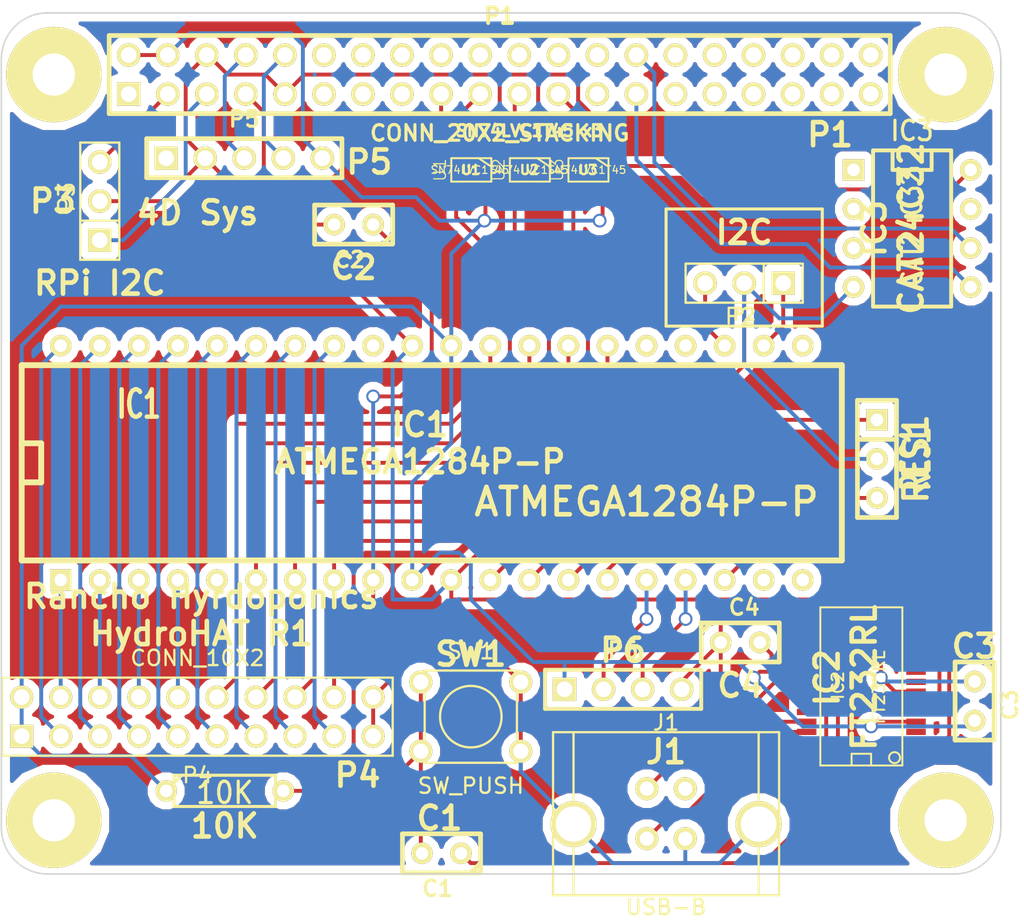
<source format=kicad_pcb>
(kicad_pcb (version 3) (host pcbnew "(2013-07-07 BZR 4022)-stable")
  (title_block (title "HydroHAT Hydroponics Control Board") (rev 1) (company "Rancho High School") (comment 1 "James Rowley"))
  (layers (15 F.Cu signal) (0 B.Cu signal) (18 B.Paste user) (19 F.Paste user) (20 B.SilkS user) (21 F.SilkS user) (22 B.Mask user) (23 F.Mask user) (28 Edge.Cuts user))
  (net 0 "")
  (net 1 AP1)
  (net 2 AP2)
  (net 3 AP3)
  (net 4 AP4)
  (net 5 AP5)
  (net 6 AP6)
  (net 7 AP7)
  (net 8 AP8)
  (net 9 DTR)
  (net 10 GND)
  (net 11 GPIO4)
  (net 12 IDSC)
  (net 13 IDSD)
  (net 14 MISO33)
  (net 15 MISO50)
  (net 16 MOSI33)
  (net 17 MOSI50)
  (net 18 N-000001)
  (net 19 N-0000010)
  (net 20 N-0000016)
  (net 21 N-0000017)
  (net 22 N-0000018)
  (net 23 N-0000019)
  (net 24 N-000002)
  (net 25 N-0000020)
  (net 26 N-0000021)
  (net 27 N-0000022)
  (net 28 N-0000023)
  (net 29 N-0000024)
  (net 30 N-000003)
  (net 31 N-000004)
  (net 32 N-000005)
  (net 33 N-000006)
  (net 34 N-000007)
  (net 35 N-0000074)
  (net 36 N-000009)
  (net 37 PEN)
  (net 38 RXD)
  (net 39 SCK33)
  (net 40 SCK50)
  (net 41 SRX)
  (net 42 STX)
  (net 43 TXD)
  (net 44 Vcc)
  (net 45 Vdd)
  (module TE1825910-6 (layer F.Cu) (at 134.62 111.76)
    (fp_text reference SW1 (at 0 -4.25) (layer F.SilkS))
    (fp_text value SW_PUSH (at 0 4.5) (layer F.SilkS))
    (pad 2 thru_hole circle (at 3.25 -2.25) (size 1.5 1.5) (drill 0.99) (layers *.Cu *.Mask F.SilkS) (net 10 GND))
    (pad 2 thru_hole circle (at 3.25 2.25) (size 1.5 1.5) (drill 0.99) (layers *.Cu *.Mask F.SilkS) (net 10 GND))
    (pad 1 thru_hole circle (at -3.25 2.25) (size 1.5 1.5) (drill 0.99) (layers *.Cu *.Mask F.SilkS) (net 35 N-0000074))
    (pad 1 thru_hole circle (at -3.25 -2.25) (size 1.5 1.5) (drill 0.99) (layers *.Cu *.Mask F.SilkS) (net 35 N-0000074))
  )
  (module SSOP28 (layer F.Cu) (at 160.02 109.855 90)
    (fp_text reference IC2 (at 0.127 -1.524 90) (layer F.SilkS) (effects (font (size 0.762 0.762) (thickness 0.127))))
    (fp_text value FT232RL (at 0 1.143 90) (layer F.SilkS) (effects (font (size 0.762 0.762) (thickness 0.127))))
    (pad 1 smd rect (at -4.191 3.556 90) (size 0.4064 1.27) (layers F.Cu F.Paste F.Mask) (net 38 RXD))
    (pad 2 smd rect (at -3.556 3.556 90) (size 0.4064 1.27) (layers F.Cu F.Paste F.Mask) (net 9 DTR))
    (pad 3 smd rect (at -2.8956 3.556 90) (size 0.4064 1.27) (layers F.Cu F.Paste F.Mask))
    (pad 4 smd rect (at -2.2352 3.556 90) (size 0.4064 1.27) (layers F.Cu F.Paste F.Mask) (net 44 Vcc))
    (pad 5 smd rect (at -1.6002 3.556 90) (size 0.4064 1.27) (layers F.Cu F.Paste F.Mask) (net 43 TXD))
    (pad 6 smd rect (at -0.9398 3.556 90) (size 0.4064 1.27) (layers F.Cu F.Paste F.Mask))
    (pad 7 smd rect (at -0.2794 3.556 90) (size 0.4064 1.27) (layers F.Cu F.Paste F.Mask) (net 10 GND))
    (pad 8 smd rect (at 0.3556 3.556 90) (size 0.4064 1.27) (layers F.Cu F.Paste F.Mask))
    (pad 9 smd rect (at 1.016 3.556 90) (size 0.4064 1.27) (layers F.Cu F.Paste F.Mask))
    (pad 10 smd rect (at 1.651 3.556 90) (size 0.4064 1.27) (layers F.Cu F.Paste F.Mask))
    (pad 11 smd rect (at 2.3114 3.556 90) (size 0.4064 1.27) (layers F.Cu F.Paste F.Mask))
    (pad 12 smd rect (at 2.9718 3.556 90) (size 0.4064 1.27) (layers F.Cu F.Paste F.Mask))
    (pad 13 smd rect (at 3.6068 3.556 90) (size 0.4064 1.27) (layers F.Cu F.Paste F.Mask))
    (pad 14 smd rect (at 4.2672 3.556 90) (size 0.4064 1.27) (layers F.Cu F.Paste F.Mask) (net 37 PEN))
    (pad 15 smd rect (at 4.2672 -3.556 90) (size 0.4064 1.27) (layers F.Cu F.Paste F.Mask) (net 36 N-000009))
    (pad 16 smd rect (at 3.6068 -3.556 90) (size 0.4064 1.27) (layers F.Cu F.Paste F.Mask) (net 19 N-0000010))
    (pad 17 smd rect (at 2.9972 -3.556 90) (size 0.4064 1.27) (layers F.Cu F.Paste F.Mask))
    (pad 18 smd rect (at 2.3114 -3.556 90) (size 0.4064 1.27) (layers F.Cu F.Paste F.Mask) (net 10 GND))
    (pad 19 smd rect (at 1.651 -3.556 90) (size 0.4064 1.27) (layers F.Cu F.Paste F.Mask))
    (pad 20 smd rect (at 1.016 -3.556 90) (size 0.4064 1.27) (layers F.Cu F.Paste F.Mask) (net 44 Vcc))
    (pad 21 smd rect (at 0.3556 -3.556 90) (size 0.4064 1.27) (layers F.Cu F.Paste F.Mask) (net 10 GND))
    (pad 22 smd rect (at -0.2794 -3.556 90) (size 0.4064 1.27) (layers F.Cu F.Paste F.Mask))
    (pad 23 smd rect (at -0.9398 -3.556 90) (size 0.4064 1.27) (layers F.Cu F.Paste F.Mask))
    (pad 24 smd rect (at -1.6002 -3.556 90) (size 0.4064 1.27) (layers F.Cu F.Paste F.Mask))
    (pad 25 smd rect (at -2.2352 -3.556 90) (size 0.4064 1.27) (layers F.Cu F.Paste F.Mask) (net 10 GND))
    (pad 26 smd rect (at -2.8956 -3.556 90) (size 0.4064 1.27) (layers F.Cu F.Paste F.Mask) (net 10 GND))
    (pad 27 smd rect (at -3.556 -3.556 90) (size 0.4064 1.27) (layers F.Cu F.Paste F.Mask))
    (pad 28 smd rect (at -4.191 -3.556 90) (size 0.4064 1.27) (layers F.Cu F.Paste F.Mask))
  )
  (module SOT23_6 (layer F.Cu) (at 142.24 76.2 180)
    (fp_text reference U3 (at 1.99898 0 270) (layer F.SilkS) (effects (font (size 0.762 0.762) (thickness 0.0762))))
    (fp_text value SN74LVC1T45 (at 0.0635 0 180) (layer F.SilkS) (effects (font (size 0.50038 0.50038) (thickness 0.0762))))
    (pad 6 smd rect (at -0.9525 -1.27 180) (size 0.70104 1.00076) (layers F.Cu F.Paste F.Mask) (net 44 Vcc))
    (pad 5 smd rect (at 0 -1.27 180) (size 0.70104 1.00076) (layers F.Cu F.Paste F.Mask) (net 45 Vdd))
    (pad 4 smd rect (at 0.9525 -1.27 180) (size 0.70104 1.00076) (layers F.Cu F.Paste F.Mask) (net 40 SCK50))
    (pad 3 smd rect (at 0.9525 1.27 180) (size 0.70104 1.00076) (layers F.Cu F.Paste F.Mask) (net 39 SCK33))
    (pad 2 smd rect (at 0 1.27 180) (size 0.70104 1.00076) (layers F.Cu F.Paste F.Mask) (net 10 GND))
    (pad 1 smd rect (at -0.9525 1.27 180) (size 0.70104 1.00076) (layers F.Cu F.Paste F.Mask) (net 45 Vdd))
  )
  (module SOT23_6 (layer F.Cu) (at 138.43 76.2 180)
    (fp_text reference U2 (at 1.99898 0 270) (layer F.SilkS) (effects (font (size 0.762 0.762) (thickness 0.0762))))
    (fp_text value SN74LVC1T45 (at 0 0 180) (layer F.SilkS) (effects (font (size 0.50038 0.50038) (thickness 0.0762))))
    (pad 6 smd rect (at -0.9525 -1.27 180) (size 0.70104 1.00076) (layers F.Cu F.Paste F.Mask) (net 44 Vcc))
    (pad 5 smd rect (at 0 -1.27 180) (size 0.70104 1.00076) (layers F.Cu F.Paste F.Mask))
    (pad 4 smd rect (at 0.9525 -1.27 180) (size 0.70104 1.00076) (layers F.Cu F.Paste F.Mask) (net 15 MISO50))
    (pad 3 smd rect (at 0.9525 1.27 180) (size 0.70104 1.00076) (layers F.Cu F.Paste F.Mask) (net 14 MISO33))
    (pad 2 smd rect (at 0 1.27 180) (size 0.70104 1.00076) (layers F.Cu F.Paste F.Mask) (net 10 GND))
    (pad 1 smd rect (at -0.9525 1.27 180) (size 0.70104 1.00076) (layers F.Cu F.Paste F.Mask) (net 45 Vdd))
  )
  (module SOT23_6 (layer F.Cu) (at 134.62 76.2 180)
    (fp_text reference U1 (at 1.99898 0 270) (layer F.SilkS) (effects (font (size 0.762 0.762) (thickness 0.0762))))
    (fp_text value SN74LVC1T45 (at 0.0635 0 180) (layer F.SilkS) (effects (font (size 0.50038 0.50038) (thickness 0.0762))))
    (pad 6 smd rect (at -0.9525 -1.27 180) (size 0.70104 1.00076) (layers F.Cu F.Paste F.Mask) (net 44 Vcc))
    (pad 5 smd rect (at 0 -1.27 180) (size 0.70104 1.00076) (layers F.Cu F.Paste F.Mask) (net 45 Vdd))
    (pad 4 smd rect (at 0.9525 -1.27 180) (size 0.70104 1.00076) (layers F.Cu F.Paste F.Mask) (net 17 MOSI50))
    (pad 3 smd rect (at 0.9525 1.27 180) (size 0.70104 1.00076) (layers F.Cu F.Paste F.Mask) (net 16 MOSI33))
    (pad 2 smd rect (at 0 1.27 180) (size 0.70104 1.00076) (layers F.Cu F.Paste F.Mask) (net 10 GND))
    (pad 1 smd rect (at -0.9525 1.27 180) (size 0.70104 1.00076) (layers F.Cu F.Paste F.Mask) (net 45 Vdd))
  )
  (module SIL-3 (layer F.Cu) (at 161.036 94.996 270)
    (fp_text reference RES1 (at 0 -2.54 270) (layer F.SilkS) (effects (font (size 1.7907 1.07696) (thickness 0.3048))))
    (fp_text value 20MHz hide)
    (pad 1 thru_hole rect (at -2.54 0 270) (size 1.397 1.397) (drill 0.8128) (layers *.Cu *.Mask F.SilkS) (net 33 N-000006))
    (pad 2 thru_hole circle (at 0 0 270) (size 1.397 1.397) (drill 0.8128) (layers *.Cu *.Mask F.SilkS) (net 10 GND))
    (pad 3 thru_hole circle (at 2.54 0 270) (size 1.397 1.397) (drill 0.8128) (layers *.Cu *.Mask F.SilkS) (net 32 N-000005))
  )
  (module R3 (layer F.Cu) (at 118.618 116.586)
    (fp_text reference R1 hide)
    (fp_text value 10K (at 0 0.127) (layer F.SilkS) (effects (font (size 1.397 1.27) (thickness 0.2032))))
    (pad 1 thru_hole circle (at -3.81 0) (size 1.397 1.397) (drill 0.8128) (layers *.Cu *.Mask F.SilkS) (net 44 Vcc))
    (pad 2 thru_hole circle (at 3.81 0) (size 1.397 1.397) (drill 0.8128) (layers *.Cu *.Mask F.SilkS) (net 35 N-0000074))
  )
  (module PIN_ARRAY_5x1 (layer F.Cu) (at 119.888 75.438)
    (fp_text reference P5 (at 0 -2.54) (layer F.SilkS) (effects (font (size 1.016 1.016) (thickness 0.2032))))
    (fp_text value CONN_5 hide)
    (pad 1 thru_hole rect (at -5.08 0) (size 1.524 1.524) (drill 1.016) (layers *.Cu *.Mask F.SilkS))
    (pad 2 thru_hole circle (at -2.54 0) (size 1.524 1.524) (drill 1.016) (layers *.Cu *.Mask F.SilkS) (net 10 GND))
    (pad 3 thru_hole circle (at 0 0) (size 1.524 1.524) (drill 1.016) (layers *.Cu *.Mask F.SilkS) (net 42 STX))
    (pad 4 thru_hole circle (at 2.54 0) (size 1.524 1.524) (drill 1.016) (layers *.Cu *.Mask F.SilkS) (net 41 SRX))
    (pad 5 thru_hole circle (at 5.08 0) (size 1.524 1.524) (drill 1.016) (layers *.Cu *.Mask F.SilkS) (net 44 Vcc))
  )
  (module PIN_ARRAY_4x1 (layer F.Cu) (at 144.526 109.982)
    (fp_text reference P6 (at 0 -2.54) (layer F.SilkS) (effects (font (size 1.016 1.016) (thickness 0.2032))))
    (fp_text value CONN_4 hide)
    (pad 1 thru_hole rect (at -3.81 0) (size 1.524 1.524) (drill 1.016) (layers *.Cu *.Mask F.SilkS) (net 44 Vcc))
    (pad 2 thru_hole circle (at -1.27 0) (size 1.524 1.524) (drill 1.016) (layers *.Cu *.Mask F.SilkS) (net 31 N-000004))
    (pad 3 thru_hole circle (at 1.27 0) (size 1.524 1.524) (drill 1.016) (layers *.Cu *.Mask F.SilkS) (net 30 N-000003))
    (pad 4 thru_hole circle (at 3.81 0) (size 1.524 1.524) (drill 1.016) (layers *.Cu *.Mask F.SilkS) (net 10 GND))
  )
  (module PIN_ARRAY_3X1 (layer F.Cu) (at 152.4 83.566 180)
    (fp_text reference P2 (at 0.254 -2.159 180) (layer F.SilkS) (effects (font (size 1.016 1.016) (thickness 0.1524))))
    (fp_text value CONN_3 hide)
    (pad 1 thru_hole rect (at -2.54 0 180) (size 1.524 1.524) (drill 1.016) (layers *.Cu *.Mask F.SilkS) (net 20 N-0000016))
    (pad 2 thru_hole circle (at 0 0 180) (size 1.524 1.524) (drill 1.016) (layers *.Cu *.Mask F.SilkS) (net 10 GND))
    (pad 3 thru_hole circle (at 2.54 0 180) (size 1.524 1.524) (drill 1.016) (layers *.Cu *.Mask F.SilkS) (net 24 N-000002))
  )
  (module PIN_ARRAY_3X1 (layer F.Cu) (at 110.49 78.232 90)
    (fp_text reference P3 (at 0.254 -2.159 90) (layer F.SilkS) (effects (font (size 1.016 1.016) (thickness 0.1524))))
    (fp_text value CONN_3 hide)
    (pad 1 thru_hole rect (at -2.54 0 90) (size 1.524 1.524) (drill 1.016) (layers *.Cu *.Mask F.SilkS) (net 18 N-000001))
    (pad 2 thru_hole circle (at 0 0 90) (size 1.524 1.524) (drill 1.016) (layers *.Cu *.Mask F.SilkS) (net 10 GND))
    (pad 3 thru_hole circle (at 2.54 0 90) (size 1.524 1.524) (drill 1.016) (layers *.Cu *.Mask F.SilkS) (net 21 N-0000017))
  )
  (module PIN_ARRAY_20X2 (layer F.Cu) (at 136.5 70)
    (fp_text reference P1 (at 0 -3.81) (layer F.SilkS) (effects (font (size 1.016 1.016) (thickness 0.27432))))
    (fp_text value CONN_20X2_STACKING (at 0 3.81) (layer F.SilkS) (effects (font (size 1.016 1.016) (thickness 0.2032))))
    (pad 1 thru_hole rect (at -24.13 1.27) (size 1.524 1.524) (drill 1.016) (layers *.Cu *.Mask F.SilkS))
    (pad 2 thru_hole circle (at -24.13 -1.27) (size 1.524 1.524) (drill 1.016) (layers *.Cu *.Mask F.SilkS) (net 44 Vcc))
    (pad 11 thru_hole circle (at -11.43 1.27) (size 1.524 1.524) (drill 1.016) (layers *.Cu *.Mask F.SilkS))
    (pad 4 thru_hole circle (at -21.59 -1.27) (size 1.524 1.524) (drill 1.016) (layers *.Cu *.Mask F.SilkS) (net 44 Vcc))
    (pad 13 thru_hole circle (at -8.89 1.27) (size 1.524 1.524) (drill 1.016) (layers *.Cu *.Mask F.SilkS))
    (pad 6 thru_hole circle (at -19.05 -1.27) (size 1.524 1.524) (drill 1.016) (layers *.Cu *.Mask F.SilkS) (net 10 GND))
    (pad 15 thru_hole circle (at -6.35 1.27) (size 1.524 1.524) (drill 1.016) (layers *.Cu *.Mask F.SilkS))
    (pad 8 thru_hole circle (at -16.51 -1.27) (size 1.524 1.524) (drill 1.016) (layers *.Cu *.Mask F.SilkS) (net 42 STX))
    (pad 17 thru_hole circle (at -3.81 1.27) (size 1.524 1.524) (drill 1.016) (layers *.Cu *.Mask F.SilkS) (net 45 Vdd))
    (pad 10 thru_hole circle (at -13.97 -1.27) (size 1.524 1.524) (drill 1.016) (layers *.Cu *.Mask F.SilkS) (net 41 SRX))
    (pad 19 thru_hole circle (at -1.27 1.27) (size 1.524 1.524) (drill 1.016) (layers *.Cu *.Mask F.SilkS) (net 16 MOSI33))
    (pad 12 thru_hole circle (at -11.43 -1.27) (size 1.524 1.524) (drill 1.016) (layers *.Cu *.Mask F.SilkS))
    (pad 21 thru_hole circle (at 1.27 1.27) (size 1.524 1.524) (drill 1.016) (layers *.Cu *.Mask F.SilkS) (net 14 MISO33))
    (pad 14 thru_hole circle (at -8.89 -1.27) (size 1.524 1.524) (drill 1.016) (layers *.Cu *.Mask F.SilkS))
    (pad 23 thru_hole circle (at 3.81 1.27) (size 1.524 1.524) (drill 1.016) (layers *.Cu *.Mask F.SilkS) (net 39 SCK33))
    (pad 16 thru_hole circle (at -6.35 -1.27) (size 1.524 1.524) (drill 1.016) (layers *.Cu *.Mask F.SilkS))
    (pad 25 thru_hole circle (at 6.35 1.27) (size 1.524 1.524) (drill 1.016) (layers *.Cu *.Mask F.SilkS))
    (pad 18 thru_hole circle (at -3.81 -1.27) (size 1.524 1.524) (drill 1.016) (layers *.Cu *.Mask F.SilkS))
    (pad 27 thru_hole circle (at 8.89 1.27) (size 1.524 1.524) (drill 1.016) (layers *.Cu *.Mask F.SilkS) (net 13 IDSD))
    (pad 20 thru_hole circle (at -1.27 -1.27) (size 1.524 1.524) (drill 1.016) (layers *.Cu *.Mask F.SilkS))
    (pad 29 thru_hole circle (at 11.43 1.27) (size 1.524 1.524) (drill 1.016) (layers *.Cu *.Mask F.SilkS))
    (pad 22 thru_hole circle (at 1.27 -1.27) (size 1.524 1.524) (drill 1.016) (layers *.Cu *.Mask F.SilkS))
    (pad 31 thru_hole circle (at 13.97 1.27) (size 1.524 1.524) (drill 1.016) (layers *.Cu *.Mask F.SilkS))
    (pad 24 thru_hole circle (at 3.81 -1.27) (size 1.524 1.524) (drill 1.016) (layers *.Cu *.Mask F.SilkS))
    (pad 26 thru_hole circle (at 6.35 -1.27) (size 1.524 1.524) (drill 1.016) (layers *.Cu *.Mask F.SilkS))
    (pad 33 thru_hole circle (at 16.51 1.27) (size 1.524 1.524) (drill 1.016) (layers *.Cu *.Mask F.SilkS))
    (pad 28 thru_hole circle (at 8.89 -1.27) (size 1.524 1.524) (drill 1.016) (layers *.Cu *.Mask F.SilkS) (net 12 IDSC))
    (pad 32 thru_hole circle (at 13.97 -1.27) (size 1.524 1.524) (drill 1.016) (layers *.Cu *.Mask F.SilkS))
    (pad 34 thru_hole circle (at 16.51 -1.27) (size 1.524 1.524) (drill 1.016) (layers *.Cu *.Mask F.SilkS))
    (pad 36 thru_hole circle (at 19.05 -1.27) (size 1.524 1.524) (drill 1.016) (layers *.Cu *.Mask F.SilkS))
    (pad 38 thru_hole circle (at 21.59 -1.27) (size 1.524 1.524) (drill 1.016) (layers *.Cu *.Mask F.SilkS))
    (pad 35 thru_hole circle (at 19.05 1.27) (size 1.524 1.524) (drill 1.016) (layers *.Cu *.Mask F.SilkS))
    (pad 37 thru_hole circle (at 21.59 1.27) (size 1.524 1.524) (drill 1.016) (layers *.Cu *.Mask F.SilkS))
    (pad 3 thru_hole circle (at -21.59 1.27) (size 1.524 1.524) (drill 1.016) (layers *.Cu *.Mask F.SilkS) (net 21 N-0000017))
    (pad 5 thru_hole circle (at -19.05 1.27) (size 1.524 1.524) (drill 1.016) (layers *.Cu *.Mask F.SilkS) (net 18 N-000001))
    (pad 7 thru_hole circle (at -16.51 1.27) (size 1.524 1.524) (drill 1.016) (layers *.Cu *.Mask F.SilkS) (net 11 GPIO4))
    (pad 9 thru_hole circle (at -13.97 1.27) (size 1.524 1.524) (drill 1.016) (layers *.Cu *.Mask F.SilkS) (net 10 GND))
    (pad 39 thru_hole circle (at 24.13 1.27) (size 1.524 1.524) (drill 1.016) (layers *.Cu *.Mask F.SilkS))
    (pad 40 thru_hole circle (at 24.13 -1.27) (size 1.524 1.524) (drill 1.016) (layers *.Cu *.Mask F.SilkS))
    (pad 30 thru_hole circle (at 11.43 -1.27) (size 1.524 1.524) (drill 1.016) (layers *.Cu *.Mask F.SilkS))
  )
  (module PIN_ARRAY_10x2 (layer F.Cu) (at 116.84 111.76)
    (fp_text reference P4 (at 0 3.81) (layer F.SilkS))
    (fp_text value CONN_10X2 (at 0 -3.81) (layer F.SilkS))
    (pad 1 thru_hole rect (at -11.43 1.27) (size 1.5 1.5) (drill 1.016) (layers *.Cu *.Mask F.SilkS) (net 44 Vcc))
    (pad 4 thru_hole circle (at -8.89 -1.27) (size 1.5 1.5) (drill 1.016) (layers *.Cu *.Mask F.SilkS) (net 8 AP8))
    (pad 6 thru_hole circle (at -6.35 -1.27) (size 1.5 1.5) (drill 1.016) (layers *.Cu *.Mask F.SilkS) (net 7 AP7))
    (pad 7 thru_hole circle (at -3.81 1.27) (size 1.5 1.5) (drill 1.016) (layers *.Cu *.Mask F.SilkS) (net 25 N-0000020))
    (pad 8 thru_hole circle (at -3.81 -1.27) (size 1.5 1.5) (drill 1.016) (layers *.Cu *.Mask F.SilkS) (net 6 AP6))
    (pad 9 thru_hole circle (at -1.27 1.27) (size 1.5 1.5) (drill 1.016) (layers *.Cu *.Mask F.SilkS) (net 26 N-0000021))
    (pad 10 thru_hole circle (at -1.27 -1.27) (size 1.5 1.5) (drill 1.016) (layers *.Cu *.Mask F.SilkS) (net 5 AP5))
    (pad 11 thru_hole circle (at 1.27 1.27) (size 1.5 1.5) (drill 1.016) (layers *.Cu *.Mask F.SilkS) (net 27 N-0000022))
    (pad 12 thru_hole circle (at 1.27 -1.27) (size 1.5 1.5) (drill 1.016) (layers *.Cu *.Mask F.SilkS) (net 4 AP4))
    (pad 13 thru_hole circle (at 3.81 1.27) (size 1.5 1.5) (drill 1.016) (layers *.Cu *.Mask F.SilkS) (net 28 N-0000023))
    (pad 14 thru_hole circle (at 3.81 -1.27) (size 1.5 1.5) (drill 1.016) (layers *.Cu *.Mask F.SilkS) (net 3 AP3))
    (pad 15 thru_hole circle (at 6.35 1.27) (size 1.5 1.5) (drill 1.016) (layers *.Cu *.Mask F.SilkS) (net 29 N-0000024))
    (pad 16 thru_hole circle (at 6.35 -1.27) (size 1.5 1.5) (drill 1.016) (layers *.Cu *.Mask F.SilkS) (net 2 AP2))
    (pad 17 thru_hole circle (at 8.89 1.27) (size 1.5 1.5) (drill 1.016) (layers *.Cu *.Mask F.SilkS) (net 34 N-000007))
    (pad 18 thru_hole circle (at 8.89 -1.27) (size 1.5 1.5) (drill 1.016) (layers *.Cu *.Mask F.SilkS) (net 1 AP1))
    (pad 19 thru_hole circle (at 11.43 1.27) (size 1.5 1.5) (drill 1.016) (layers *.Cu *.Mask F.SilkS) (net 10 GND))
    (pad 20 thru_hole circle (at 11.43 -1.27) (size 1.5 1.5) (drill 1.016) (layers *.Cu *.Mask F.SilkS) (net 10 GND))
    (pad 2 thru_hole circle (at -11.43 -1.27) (size 1.5 1.5) (drill 1.016) (layers *.Cu *.Mask F.SilkS) (net 44 Vcc))
    (pad 3 thru_hole circle (at -8.89 1.27) (size 1.5 1.5) (drill 1.016) (layers *.Cu *.Mask F.SilkS) (net 22 N-0000018))
    (pad 5 thru_hole circle (at -6.35 1.27) (size 1.5 1.5) (drill 1.016) (layers *.Cu *.Mask F.SilkS) (net 23 N-0000019))
  )
  (module DIP-8__300 (layer F.Cu) (at 163.322 80.01 270)
    (fp_text reference IC3 (at -6.35 0 360) (layer F.SilkS) (effects (font (size 1.27 1.143) (thickness 0.2032))))
    (fp_text value CAT24C32 (at 0 0 270) (layer F.SilkS) (effects (font (size 1.27 1.016) (thickness 0.2032))))
    (pad 1 thru_hole rect (at -3.81 3.81 270) (size 1.397 1.397) (drill 0.8128) (layers *.Cu *.Mask F.SilkS))
    (pad 2 thru_hole circle (at -1.27 3.81 270) (size 1.397 1.397) (drill 0.8128) (layers *.Cu *.Mask F.SilkS))
    (pad 3 thru_hole circle (at 1.27 3.81 270) (size 1.397 1.397) (drill 0.8128) (layers *.Cu *.Mask F.SilkS))
    (pad 4 thru_hole circle (at 3.81 3.81 270) (size 1.397 1.397) (drill 0.8128) (layers *.Cu *.Mask F.SilkS) (net 10 GND))
    (pad 5 thru_hole circle (at 3.81 -3.81 270) (size 1.397 1.397) (drill 0.8128) (layers *.Cu *.Mask F.SilkS) (net 13 IDSD))
    (pad 6 thru_hole circle (at 1.27 -3.81 270) (size 1.397 1.397) (drill 0.8128) (layers *.Cu *.Mask F.SilkS) (net 12 IDSC))
    (pad 7 thru_hole circle (at -1.27 -3.81 270) (size 1.397 1.397) (drill 0.8128) (layers *.Cu *.Mask F.SilkS))
    (pad 8 thru_hole circle (at -3.81 -3.81 270) (size 1.397 1.397) (drill 0.8128) (layers *.Cu *.Mask F.SilkS) (net 45 Vdd))
  )
  (module DIP-40__600 (layer F.Cu) (at 132.08 95.25)
    (fp_text reference IC1 (at -19.05 -3.81) (layer F.SilkS) (effects (font (size 1.778 1.143) (thickness 0.3048))))
    (fp_text value ATMEGA1284P-P (at 13.97 2.54) (layer F.SilkS) (effects (font (size 1.778 1.778) (thickness 0.3048))))
    (pad 1 thru_hole rect (at -24.13 7.62) (size 1.397 1.397) (drill 0.8128) (layers *.Cu *.Mask F.SilkS) (net 8 AP8))
    (pad 2 thru_hole circle (at -21.59 7.62) (size 1.397 1.397) (drill 0.8128) (layers *.Cu *.Mask F.SilkS) (net 7 AP7))
    (pad 3 thru_hole circle (at -19.05 7.62) (size 1.397 1.397) (drill 0.8128) (layers *.Cu *.Mask F.SilkS) (net 6 AP6))
    (pad 4 thru_hole circle (at -16.51 7.62) (size 1.397 1.397) (drill 0.8128) (layers *.Cu *.Mask F.SilkS) (net 5 AP5))
    (pad 5 thru_hole circle (at -13.97 7.62) (size 1.397 1.397) (drill 0.8128) (layers *.Cu *.Mask F.SilkS))
    (pad 6 thru_hole circle (at -11.43 7.62) (size 1.397 1.397) (drill 0.8128) (layers *.Cu *.Mask F.SilkS) (net 17 MOSI50))
    (pad 7 thru_hole circle (at -8.89 7.62) (size 1.397 1.397) (drill 0.8128) (layers *.Cu *.Mask F.SilkS) (net 15 MISO50))
    (pad 8 thru_hole circle (at -6.35 7.62) (size 1.397 1.397) (drill 0.8128) (layers *.Cu *.Mask F.SilkS) (net 40 SCK50))
    (pad 9 thru_hole circle (at -3.81 7.62) (size 1.397 1.397) (drill 0.8128) (layers *.Cu *.Mask F.SilkS) (net 35 N-0000074))
    (pad 10 thru_hole circle (at -1.27 7.62) (size 1.397 1.397) (drill 0.8128) (layers *.Cu *.Mask F.SilkS) (net 44 Vcc))
    (pad 11 thru_hole circle (at 1.27 7.62) (size 1.397 1.397) (drill 0.8128) (layers *.Cu *.Mask F.SilkS) (net 10 GND))
    (pad 12 thru_hole circle (at 3.81 7.62) (size 1.397 1.397) (drill 0.8128) (layers *.Cu *.Mask F.SilkS) (net 33 N-000006))
    (pad 13 thru_hole circle (at 6.35 7.62) (size 1.397 1.397) (drill 0.8128) (layers *.Cu *.Mask F.SilkS) (net 32 N-000005))
    (pad 14 thru_hole circle (at 8.89 7.62) (size 1.397 1.397) (drill 0.8128) (layers *.Cu *.Mask F.SilkS) (net 38 RXD))
    (pad 15 thru_hole circle (at 11.43 7.62) (size 1.397 1.397) (drill 0.8128) (layers *.Cu *.Mask F.SilkS) (net 43 TXD))
    (pad 16 thru_hole circle (at 13.97 7.62) (size 1.397 1.397) (drill 0.8128) (layers *.Cu *.Mask F.SilkS) (net 31 N-000004))
    (pad 17 thru_hole circle (at 16.51 7.62) (size 1.397 1.397) (drill 0.8128) (layers *.Cu *.Mask F.SilkS) (net 30 N-000003))
    (pad 18 thru_hole circle (at 19.05 7.62) (size 1.397 1.397) (drill 0.8128) (layers *.Cu *.Mask F.SilkS) (net 37 PEN))
    (pad 19 thru_hole circle (at 21.59 7.62) (size 1.397 1.397) (drill 0.8128) (layers *.Cu *.Mask F.SilkS))
    (pad 20 thru_hole circle (at 24.13 7.62) (size 1.397 1.397) (drill 0.8128) (layers *.Cu *.Mask F.SilkS))
    (pad 21 thru_hole circle (at 24.13 -7.62) (size 1.397 1.397) (drill 0.8128) (layers *.Cu *.Mask F.SilkS))
    (pad 22 thru_hole circle (at 21.59 -7.62) (size 1.397 1.397) (drill 0.8128) (layers *.Cu *.Mask F.SilkS) (net 20 N-0000016))
    (pad 23 thru_hole circle (at 19.05 -7.62) (size 1.397 1.397) (drill 0.8128) (layers *.Cu *.Mask F.SilkS) (net 24 N-000002))
    (pad 24 thru_hole circle (at 16.51 -7.62) (size 1.397 1.397) (drill 0.8128) (layers *.Cu *.Mask F.SilkS))
    (pad 25 thru_hole circle (at 13.97 -7.62) (size 1.397 1.397) (drill 0.8128) (layers *.Cu *.Mask F.SilkS))
    (pad 26 thru_hole circle (at 11.43 -7.62) (size 1.397 1.397) (drill 0.8128) (layers *.Cu *.Mask F.SilkS) (net 1 AP1))
    (pad 27 thru_hole circle (at 8.89 -7.62) (size 1.397 1.397) (drill 0.8128) (layers *.Cu *.Mask F.SilkS) (net 2 AP2))
    (pad 28 thru_hole circle (at 6.35 -7.62) (size 1.397 1.397) (drill 0.8128) (layers *.Cu *.Mask F.SilkS) (net 3 AP3))
    (pad 29 thru_hole circle (at 3.81 -7.62) (size 1.397 1.397) (drill 0.8128) (layers *.Cu *.Mask F.SilkS) (net 4 AP4))
    (pad 30 thru_hole circle (at 1.27 -7.62) (size 1.397 1.397) (drill 0.8128) (layers *.Cu *.Mask F.SilkS) (net 44 Vcc))
    (pad 31 thru_hole circle (at -1.27 -7.62) (size 1.397 1.397) (drill 0.8128) (layers *.Cu *.Mask F.SilkS) (net 10 GND))
    (pad 32 thru_hole circle (at -3.81 -7.62) (size 1.397 1.397) (drill 0.8128) (layers *.Cu *.Mask F.SilkS))
    (pad 33 thru_hole circle (at -6.35 -7.62) (size 1.397 1.397) (drill 0.8128) (layers *.Cu *.Mask F.SilkS) (net 34 N-000007))
    (pad 34 thru_hole circle (at -8.89 -7.62) (size 1.397 1.397) (drill 0.8128) (layers *.Cu *.Mask F.SilkS) (net 29 N-0000024))
    (pad 35 thru_hole circle (at -11.43 -7.62) (size 1.397 1.397) (drill 0.8128) (layers *.Cu *.Mask F.SilkS) (net 28 N-0000023))
    (pad 36 thru_hole circle (at -13.97 -7.62) (size 1.397 1.397) (drill 0.8128) (layers *.Cu *.Mask F.SilkS) (net 27 N-0000022))
    (pad 37 thru_hole circle (at -16.51 -7.62) (size 1.397 1.397) (drill 0.8128) (layers *.Cu *.Mask F.SilkS) (net 26 N-0000021))
    (pad 38 thru_hole circle (at -19.05 -7.62) (size 1.397 1.397) (drill 0.8128) (layers *.Cu *.Mask F.SilkS) (net 25 N-0000020))
    (pad 39 thru_hole circle (at -21.59 -7.62) (size 1.397 1.397) (drill 0.8128) (layers *.Cu *.Mask F.SilkS) (net 23 N-0000019))
    (pad 40 thru_hole circle (at -24.13 -7.62) (size 1.397 1.397) (drill 0.8128) (layers *.Cu *.Mask F.SilkS) (net 22 N-0000018))
  )
  (module C1 (layer F.Cu) (at 167.386 110.744 270)
    (fp_text reference C3 (at 0.254 -2.286 270) (layer F.SilkS) (effects (font (size 1.016 1.016) (thickness 0.2032))))
    (fp_text value 0.1uF hide)
    (pad 1 thru_hole circle (at -1.27 0 270) (size 1.397 1.397) (drill 0.8128) (layers *.Cu *.Mask F.SilkS) (net 10 GND))
    (pad 2 thru_hole circle (at 1.27 0 270) (size 1.397 1.397) (drill 0.8128) (layers *.Cu *.Mask F.SilkS) (net 44 Vcc))
  )
  (module C1 (layer F.Cu) (at 127 79.756 180)
    (fp_text reference C2 (at 0.254 -2.286 180) (layer F.SilkS) (effects (font (size 1.016 1.016) (thickness 0.2032))))
    (fp_text value 0.1uF hide)
    (pad 1 thru_hole circle (at -1.27 0 180) (size 1.397 1.397) (drill 0.8128) (layers *.Cu *.Mask F.SilkS) (net 35 N-0000074))
    (pad 2 thru_hole circle (at 1.27 0 180) (size 1.397 1.397) (drill 0.8128) (layers *.Cu *.Mask F.SilkS) (net 11 GPIO4))
  )
  (module C1 (layer F.Cu) (at 152.146 106.934)
    (fp_text reference C4 (at 0.254 -2.286) (layer F.SilkS) (effects (font (size 1.016 1.016) (thickness 0.2032))))
    (fp_text value 0.1uF hide)
    (pad 1 thru_hole circle (at -1.27 0) (size 1.397 1.397) (drill 0.8128) (layers *.Cu *.Mask F.SilkS) (net 10 GND))
    (pad 2 thru_hole circle (at 1.27 0) (size 1.397 1.397) (drill 0.8128) (layers *.Cu *.Mask F.SilkS) (net 44 Vcc))
  )
  (module C1 (layer F.Cu) (at 132.715 120.65 180)
    (fp_text reference C1 (at 0.254 -2.286 180) (layer F.SilkS) (effects (font (size 1.016 1.016) (thickness 0.2032))))
    (fp_text value 0.1uF hide)
    (pad 1 thru_hole circle (at -1.27 0 180) (size 1.397 1.397) (drill 0.8128) (layers *.Cu *.Mask F.SilkS) (net 9 DTR))
    (pad 2 thru_hole circle (at 1.27 0 180) (size 1.397 1.397) (drill 0.8128) (layers *.Cu *.Mask F.SilkS) (net 35 N-0000074))
  )
  (module HAR-M701-330442 (layer F.Cu) (at 147.32 118.745)
    (fp_text reference J1 (at 0 -6.6) (layer F.SilkS))
    (fp_text value USB-B (at 0 5.4) (layer F.SilkS))
    (pad 5 thru_hole circle (at 6.02 0) (size 3 3) (drill 2.3) (layers *.Cu *.Mask F.SilkS) (net 10 GND))
    (pad 6 thru_hole circle (at -6.02 0) (size 3 3) (drill 2.3) (layers *.Cu *.Mask F.SilkS) (net 10 GND))
    (pad 1 thru_hole circle (at 1.25 -2.3) (size 1.5 1.5) (drill 0.92) (layers *.Cu *.Mask F.SilkS))
    (pad 2 thru_hole circle (at -1.25 -2.3) (size 1.5 1.5) (drill 0.92) (layers *.Cu *.Mask F.SilkS) (net 19 N-0000010))
    (pad 3 thru_hole circle (at -1.25 0.95) (size 1.5 1.5) (drill 0.92) (layers *.Cu *.Mask F.SilkS) (net 36 N-000009))
    (pad 4 thru_hole circle (at 1.25 0.95) (size 1.5 1.5) (drill 0.92) (layers *.Cu *.Mask F.SilkS) (net 10 GND))
  )
  (module HAT-Hole (layer F.Cu) (at 107.5 118.5)
    (fp_text reference HAT-Hole hide)
    (fp_text value VAL** hide)
    (pad "" thru_hole circle (at 0 0) (size 6.2 6.2) (drill 2.75) (layers *.Cu *.Mask F.SilkS))
  )
  (module HAT-Hole (layer F.Cu) (at 107.5 70)
    (fp_text reference HAT-Hole hide)
    (fp_text value VAL** hide)
    (pad "" thru_hole circle (at 0 0) (size 6.2 6.2) (drill 2.75) (layers *.Cu *.Mask F.SilkS))
  )
  (module HAT-Hole (layer F.Cu) (at 165.5 70)
    (fp_text reference HAT-Hole hide)
    (fp_text value VAL** hide)
    (pad "" thru_hole circle (at 0 0) (size 6.2 6.2) (drill 2.75) (layers *.Cu *.Mask F.SilkS))
  )
  (module HAT-Hole (layer F.Cu) (at 165.5 118.5)
    (fp_text reference HAT-Hole hide)
    (fp_text value VAL** hide)
    (pad "" thru_hole circle (at 0 0) (size 6.2 6.2) (drill 2.75) (layers *.Cu *.Mask F.SilkS))
  )
  (gr_text RES1 (at 163.576 94.996 90) (layer F.SilkS) (effects (font (size 1.5 1.5) (thickness 0.3))))
  (gr_text P5 (at 128.016 75.692) (layer F.SilkS) (effects (font (size 1.5 1.5) (thickness 0.3))))
  (gr_text P3 (at 107.442 78.232) (layer F.SilkS) (effects (font (size 1.5 1.5) (thickness 0.3))))
  (gr_text C2 (at 127 82.55) (layer F.SilkS) (effects (font (size 1.5 1.5) (thickness 0.3))))
  (gr_text P2 (at 152.4 85.598) (layer F.SilkS) (effects (font (size 0.75 0.75) (thickness 0.1875))))
  (gr_text U3 (at 142.24 76.2) (layer F.SilkS) (effects (font (size 0.6 0.6))))
  (gr_text U2 (at 138.43 76.2) (layer F.SilkS) (effects (font (size 0.6 0.6))))
  (gr_text U1 (at 134.62 76.2) (layer F.SilkS) (effects (font (size 0.6 0.6))))
  (gr_text "SN74LVC1T45 x3" (at 138.43 73.66) (layer F.SilkS) (effects (font (size 0.75 0.75) (thickness 0.1875))))
  (gr_text P1 (at 157.988 73.914) (layer F.SilkS) (effects (font (size 1.5 1.5) (thickness 0.3))))
  (gr_text "IC3\nCAT24C32" (at 162.052 80.01 90) (layer F.SilkS) (effects (font (size 1.5 1.5) (thickness 0.3))))
  (gr_text "IC1\nATMEGA1284P-P" (at 131.318 93.98) (layer F.SilkS) (effects (font (size 1.5 1.5) (thickness 0.3))))
  (gr_text "Rancho Hyrdoponics\nHydroHAT R1" (at 117.094 105.156) (layer F.SilkS) (effects (font (size 1.5 1.5) (thickness 0.3))))
  (gr_text C4 (at 152.146 109.728) (layer F.SilkS) (effects (font (size 1.5 1.5) (thickness 0.3))))
  (gr_text P6 (at 144.526 107.442) (layer F.SilkS) (effects (font (size 1.5 1.5) (thickness 0.3))))
  (gr_text 10K (at 118.618 118.872) (layer F.SilkS) (effects (font (size 1.5 1.5) (thickness 0.3))))
  (gr_text P4 (at 127.254 115.57) (layer F.SilkS) (effects (font (size 1.5 1.5) (thickness 0.3))))
  (gr_text SW1 (at 134.62 107.696) (layer F.SilkS) (effects (font (size 1.5 1.5) (thickness 0.3))))
  (gr_text C1 (at 132.588 118.364) (layer F.SilkS) (effects (font (size 1.5 1.5) (thickness 0.3))))
  (gr_text J1 (at 147.32 114.046) (layer F.SilkS) (effects (font (size 1.5 1.5) (thickness 0.3))))
  (gr_text "IC2\nFT232RL" (at 159.004 109.22 90) (layer F.SilkS) (effects (font (size 1.5 1.5) (thickness 0.3))))
  (gr_text C3 (at 167.386 107.188) (layer F.SilkS) (effects (font (size 1.5 1.5) (thickness 0.3))))
  (gr_line (start 157.48 78.74) (end 147.32 78.74) (angle 90) (layer F.SilkS) (width 0.2))
  (gr_line (start 157.48 86.36) (end 157.48 78.74) (angle 90) (layer F.SilkS) (width 0.2))
  (gr_line (start 147.32 86.36) (end 157.48 86.36) (angle 90) (layer F.SilkS) (width 0.2))
  (gr_line (start 147.32 78.74) (end 147.32 86.36) (angle 90) (layer F.SilkS) (width 0.2))
  (gr_text I2C (at 152.4 80.264) (layer F.SilkS) (effects (font (size 1.5 1.5) (thickness 0.3))))
  (gr_text "4D Sys" (at 116.84 78.994) (layer F.SilkS) (effects (font (size 1.5 1.5) (thickness 0.3))))
  (gr_text "RPi I2C" (at 110.49 83.566) (layer F.SilkS) (effects (font (size 1.5 1.5) (thickness 0.3))))
  (gr_line (start 166.09 65.99) (end 107.09 65.99) (angle 90) (layer Edge.Cuts) (width 0.1))
  (gr_arc (start 166.09 68.99) (end 166.09 65.99) (angle 90) (layer Edge.Cuts) (width 0.1))
  (gr_line (start 169.09 118.99) (end 169.09 68.99) (angle 90) (layer Edge.Cuts) (width 0.1))
  (gr_arc (start 166.09 118.99) (end 169.09 118.99) (angle 90) (layer Edge.Cuts) (width 0.1))
  (gr_line (start 107.09 121.99) (end 166.09 121.99) (angle 90) (layer Edge.Cuts) (width 0.1))
  (gr_arc (start 107.09 118.99) (end 107.09 121.99) (angle 90) (layer Edge.Cuts) (width 0.1))
  (gr_line (start 104.09 68.99) (end 104.09 118.99) (angle 90) (layer Edge.Cuts) (width 0.1))
  (gr_arc (start 107.09 68.99) (end 104.09 68.99) (angle 90) (layer Edge.Cuts) (width 0.1))
  (segment (start 125.73 110.49) (end 125.73 105.41) (width 0.254) (layer F.Cu) (net 1))
  (segment (start 143.51 90.17) (end 143.51 87.63) (width 0.254) (layer F.Cu) (net 1))
  (segment (start 133.35 100.33) (end 143.51 90.17) (width 0.254) (layer F.Cu) (net 1))
  (segment (start 127 100.33) (end 133.35 100.33) (width 0.254) (layer F.Cu) (net 1))
  (segment (start 127 104.14) (end 127 100.33) (width 0.254) (layer F.Cu) (net 1))
  (segment (start 125.73 105.41) (end 127 104.14) (width 0.254) (layer F.Cu) (net 1))
  (segment (start 123.19 110.49) (end 124.46 109.22) (width 0.254) (layer F.Cu) (net 2))
  (segment (start 140.97 90.17) (end 140.97 87.63) (width 0.254) (layer F.Cu) (net 2))
  (segment (start 133.35 97.79) (end 140.97 90.17) (width 0.254) (layer F.Cu) (net 2))
  (segment (start 124.46 97.79) (end 133.35 97.79) (width 0.254) (layer F.Cu) (net 2))
  (segment (start 124.46 109.22) (end 124.46 97.79) (width 0.254) (layer F.Cu) (net 2))
  (segment (start 121.92 95.25) (end 133.35 95.25) (width 0.254) (layer F.Cu) (net 3))
  (segment (start 121.92 109.22) (end 121.92 95.25) (width 0.254) (layer F.Cu) (net 3))
  (segment (start 120.65 110.49) (end 121.92 109.22) (width 0.254) (layer F.Cu) (net 3))
  (segment (start 138.43 90.17) (end 138.43 87.63) (width 0.254) (layer F.Cu) (net 3))
  (segment (start 133.35 95.25) (end 138.43 90.17) (width 0.254) (layer F.Cu) (net 3))
  (segment (start 118.11 110.49) (end 119.38 109.22) (width 0.254) (layer F.Cu) (net 4))
  (segment (start 135.89 90.17) (end 135.89 87.63) (width 0.254) (layer F.Cu) (net 4))
  (segment (start 133.35 92.71) (end 135.89 90.17) (width 0.254) (layer F.Cu) (net 4))
  (segment (start 119.38 92.71) (end 133.35 92.71) (width 0.254) (layer F.Cu) (net 4))
  (segment (start 119.38 109.22) (end 119.38 92.71) (width 0.254) (layer F.Cu) (net 4))
  (segment (start 115.57 102.87) (end 115.57 110.49) (width 0.254) (layer B.Cu) (net 5))
  (segment (start 113.03 110.49) (end 113.03 102.87) (width 0.254) (layer B.Cu) (net 6))
  (segment (start 110.49 102.87) (end 110.49 110.49) (width 0.254) (layer B.Cu) (net 7))
  (segment (start 107.95 110.49) (end 107.95 102.87) (width 0.254) (layer B.Cu) (net 8))
  (segment (start 133.985 120.65) (end 134.62 121.285) (width 0.254) (layer F.Cu) (net 9))
  (segment (start 161.544 113.411) (end 163.576 113.411) (width 0.254) (layer F.Cu) (net 9))
  (segment (start 153.67 121.285) (end 161.544 113.411) (width 0.254) (layer F.Cu) (net 9))
  (segment (start 134.62 121.285) (end 153.67 121.285) (width 0.254) (layer F.Cu) (net 9))
  (segment (start 156.464 109.4994) (end 154.4066 109.4994) (width 0.254) (layer F.Cu) (net 10))
  (segment (start 154.4066 109.4994) (end 152.781 111.125) (width 0.254) (layer F.Cu) (net 10))
  (segment (start 156.464 112.0902) (end 153.7462 112.0902) (width 0.254) (layer F.Cu) (net 10))
  (segment (start 153.7462 112.0902) (end 153.67 112.014) (width 0.254) (layer F.Cu) (net 10))
  (segment (start 156.464 112.7506) (end 154.4066 112.7506) (width 0.254) (layer F.Cu) (net 10))
  (segment (start 150.876 109.22) (end 150.876 106.934) (width 0.254) (layer F.Cu) (net 10))
  (segment (start 154.4066 112.7506) (end 153.67 112.014) (width 0.254) (layer F.Cu) (net 10))
  (segment (start 153.67 112.014) (end 152.781 111.125) (width 0.254) (layer F.Cu) (net 10))
  (segment (start 152.781 111.125) (end 150.876 109.22) (width 0.254) (layer F.Cu) (net 10))
  (segment (start 167.386 109.474) (end 161.544 109.474) (width 0.254) (layer B.Cu) (net 10))
  (via (at 161.29 109.22) (size 0.889) (layers F.Cu B.Cu) (net 10))
  (segment (start 161.544 109.474) (end 161.29 109.22) (width 0.254) (layer B.Cu) (net 10))
  (segment (start 159.512 83.82) (end 157.48 85.852) (width 0.254) (layer B.Cu) (net 10))
  (segment (start 154.686 85.852) (end 152.4 83.566) (width 0.254) (layer B.Cu) (net 10))
  (segment (start 157.48 85.852) (end 154.686 85.852) (width 0.254) (layer B.Cu) (net 10))
  (segment (start 148.336 109.982) (end 148.336 109.474) (width 0.254) (layer F.Cu) (net 10))
  (segment (start 148.336 109.474) (end 150.876 106.934) (width 0.254) (layer F.Cu) (net 10))
  (segment (start 161.036 94.996) (end 158.496 94.996) (width 0.254) (layer B.Cu) (net 10))
  (segment (start 152.4 88.9) (end 152.4 83.566) (width 0.254) (layer B.Cu) (net 10))
  (segment (start 158.496 94.996) (end 152.4 88.9) (width 0.254) (layer B.Cu) (net 10))
  (segment (start 130.81 87.63) (end 124.968 81.788) (width 0.254) (layer F.Cu) (net 10))
  (segment (start 123.698 81.788) (end 117.348 75.438) (width 0.254) (layer F.Cu) (net 10))
  (segment (start 124.968 81.788) (end 123.698 81.788) (width 0.254) (layer F.Cu) (net 10))
  (segment (start 110.49 78.232) (end 114.554 78.232) (width 0.254) (layer F.Cu) (net 10))
  (segment (start 114.554 78.232) (end 117.348 75.438) (width 0.254) (layer F.Cu) (net 10))
  (segment (start 117.45 68.73) (end 117.45 68.732) (width 0.254) (layer F.Cu) (net 10))
  (segment (start 117.45 68.732) (end 116.078 70.104) (width 0.254) (layer F.Cu) (net 10))
  (segment (start 116.078 70.104) (end 116.078 74.168) (width 0.254) (layer F.Cu) (net 10))
  (segment (start 116.078 74.168) (end 117.348 75.438) (width 0.254) (layer F.Cu) (net 10))
  (segment (start 133.35 102.87) (end 146.304 89.916) (width 0.254) (layer F.Cu) (net 10))
  (segment (start 152.4 88.9) (end 152.4 83.566) (width 0.254) (layer F.Cu) (net 10))
  (segment (start 151.384 89.916) (end 152.4 88.9) (width 0.254) (layer F.Cu) (net 10))
  (segment (start 146.304 89.916) (end 151.384 89.916) (width 0.254) (layer F.Cu) (net 10))
  (segment (start 141.3 118.745) (end 137.87 115.315) (width 0.254) (layer B.Cu) (net 10))
  (segment (start 137.87 115.315) (end 137.87 114.01) (width 0.254) (layer B.Cu) (net 10))
  (segment (start 150.876 106.934) (end 150.876 104.648) (width 0.254) (layer F.Cu) (net 10))
  (segment (start 150.876 104.648) (end 151.384 104.14) (width 0.254) (layer F.Cu) (net 10))
  (segment (start 156.464 107.5436) (end 155.5496 107.5436) (width 0.254) (layer F.Cu) (net 10))
  (segment (start 154.686 104.902) (end 154.686 104.14) (width 0.254) (layer F.Cu) (net 10))
  (segment (start 154.686 106.68) (end 154.686 104.902) (width 0.254) (layer F.Cu) (net 10))
  (segment (start 155.5496 107.5436) (end 154.686 106.68) (width 0.254) (layer F.Cu) (net 10))
  (segment (start 163.576 110.1344) (end 162.2044 110.1344) (width 0.254) (layer F.Cu) (net 10))
  (segment (start 160.655 104.14) (end 154.686 104.14) (width 0.254) (layer F.Cu) (net 10))
  (segment (start 154.686 104.14) (end 151.384 104.14) (width 0.254) (layer F.Cu) (net 10))
  (segment (start 151.384 104.14) (end 133.35 104.14) (width 0.254) (layer F.Cu) (net 10))
  (segment (start 161.29 104.775) (end 160.655 104.14) (width 0.254) (layer F.Cu) (net 10))
  (segment (start 161.29 109.22) (end 161.29 104.775) (width 0.254) (layer F.Cu) (net 10))
  (segment (start 162.2044 110.1344) (end 161.29 109.22) (width 0.254) (layer F.Cu) (net 10))
  (segment (start 148.57 119.695) (end 148.57 121.285) (width 0.254) (layer B.Cu) (net 10))
  (segment (start 148.57 121.285) (end 148.59 121.285) (width 0.254) (layer B.Cu) (net 10))
  (segment (start 137.87 114.01) (end 137.87 115.315) (width 0.254) (layer B.Cu) (net 10))
  (segment (start 150.8 121.285) (end 153.34 118.745) (width 0.254) (layer B.Cu) (net 10))
  (segment (start 143.84 121.285) (end 148.59 121.285) (width 0.254) (layer B.Cu) (net 10))
  (segment (start 148.59 121.285) (end 150.8 121.285) (width 0.254) (layer B.Cu) (net 10))
  (segment (start 137.87 115.315) (end 143.84 121.285) (width 0.254) (layer B.Cu) (net 10))
  (segment (start 133.35 102.87) (end 132.08 104.14) (width 0.254) (layer B.Cu) (net 10))
  (segment (start 129.54 88.9) (end 130.81 87.63) (width 0.254) (layer B.Cu) (net 10))
  (segment (start 129.54 104.14) (end 129.54 88.9) (width 0.254) (layer B.Cu) (net 10))
  (segment (start 132.08 104.14) (end 129.54 104.14) (width 0.254) (layer B.Cu) (net 10))
  (segment (start 117.45 68.73) (end 117.53 68.73) (width 0.254) (layer F.Cu) (net 10))
  (segment (start 121.26 70) (end 122.53 71.27) (width 0.254) (layer F.Cu) (net 10))
  (segment (start 118.8 70) (end 121.26 70) (width 0.254) (layer F.Cu) (net 10))
  (segment (start 117.53 68.73) (end 118.8 70) (width 0.254) (layer F.Cu) (net 10))
  (segment (start 138.43 74.93) (end 138.43 72.87) (width 0.254) (layer F.Cu) (net 10))
  (segment (start 139 72.3) (end 139 70) (width 0.254) (layer F.Cu) (net 10))
  (segment (start 138.43 72.87) (end 139 72.3) (width 0.254) (layer F.Cu) (net 10))
  (segment (start 134.62 74.93) (end 134.62 74.18) (width 0.254) (layer F.Cu) (net 10))
  (segment (start 136.5 72.3) (end 136.5 70) (width 0.254) (layer F.Cu) (net 10))
  (segment (start 134.62 74.18) (end 136.5 72.3) (width 0.254) (layer F.Cu) (net 10))
  (segment (start 122.53 71.27) (end 123.8 70) (width 0.254) (layer F.Cu) (net 10))
  (segment (start 142.3 74.87) (end 142.24 74.93) (width 0.254) (layer F.Cu) (net 10))
  (segment (start 142.3 72.4) (end 142.3 74.87) (width 0.254) (layer F.Cu) (net 10))
  (segment (start 141.6 71.7) (end 142.3 72.4) (width 0.254) (layer F.Cu) (net 10))
  (segment (start 141.6 70) (end 141.6 71.7) (width 0.254) (layer F.Cu) (net 10))
  (segment (start 123.8 70) (end 136.5 70) (width 0.254) (layer F.Cu) (net 10))
  (segment (start 136.5 70) (end 139 70) (width 0.254) (layer F.Cu) (net 10))
  (segment (start 139 70) (end 141.6 70) (width 0.254) (layer F.Cu) (net 10))
  (segment (start 128.27 110.49) (end 128.27 113.03) (width 0.254) (layer F.Cu) (net 10))
  (segment (start 137.87 109.51) (end 137.87 114.01) (width 0.254) (layer F.Cu) (net 10))
  (segment (start 133.35 102.87) (end 133.35 104.14) (width 0.254) (layer F.Cu) (net 10))
  (segment (start 133.35 104.14) (end 133.35 106.68) (width 0.254) (layer F.Cu) (net 10))
  (segment (start 137.87 109.51) (end 135.04 106.68) (width 0.254) (layer F.Cu) (net 10))
  (segment (start 132.08 106.68) (end 128.27 110.49) (width 0.254) (layer F.Cu) (net 10))
  (segment (start 135.04 106.68) (end 133.35 106.68) (width 0.254) (layer F.Cu) (net 10))
  (segment (start 133.35 106.68) (end 132.08 106.68) (width 0.254) (layer F.Cu) (net 10))
  (segment (start 119.99 71.27) (end 121.158 72.438) (width 0.254) (layer F.Cu) (net 11))
  (segment (start 123.698 79.756) (end 125.73 79.756) (width 0.254) (layer F.Cu) (net 11))
  (segment (start 121.158 77.216) (end 123.698 79.756) (width 0.254) (layer F.Cu) (net 11))
  (segment (start 121.158 72.438) (end 121.158 77.216) (width 0.254) (layer F.Cu) (net 11))
  (segment (start 145.39 68.73) (end 146.558 69.898) (width 0.254) (layer B.Cu) (net 12))
  (segment (start 165.862 80.01) (end 167.132 81.28) (width 0.254) (layer B.Cu) (net 12))
  (segment (start 150.876 80.01) (end 165.862 80.01) (width 0.254) (layer B.Cu) (net 12))
  (segment (start 146.558 75.692) (end 150.876 80.01) (width 0.254) (layer B.Cu) (net 12))
  (segment (start 146.558 69.898) (end 146.558 75.692) (width 0.254) (layer B.Cu) (net 12))
  (segment (start 145.39 71.27) (end 145.39 75.54) (width 0.254) (layer B.Cu) (net 13))
  (segment (start 165.862 82.55) (end 167.132 83.82) (width 0.254) (layer B.Cu) (net 13))
  (segment (start 157.988 82.55) (end 165.862 82.55) (width 0.254) (layer B.Cu) (net 13))
  (segment (start 156.464 81.026) (end 157.988 82.55) (width 0.254) (layer B.Cu) (net 13))
  (segment (start 150.876 81.026) (end 156.464 81.026) (width 0.254) (layer B.Cu) (net 13))
  (segment (start 145.39 75.54) (end 150.876 81.026) (width 0.254) (layer B.Cu) (net 13))
  (segment (start 137.4775 74.93) (end 137.4775 71.5625) (width 0.254) (layer F.Cu) (net 14))
  (segment (start 137.4775 71.5625) (end 137.77 71.27) (width 0.254) (layer F.Cu) (net 14))
  (segment (start 139.7 86.36) (end 139.7 82.7) (width 0.254) (layer F.Cu) (net 15))
  (segment (start 123.19 96.52) (end 133.35 96.52) (width 0.254) (layer F.Cu) (net 15))
  (segment (start 133.35 96.52) (end 139.7 90.17) (width 0.254) (layer F.Cu) (net 15))
  (segment (start 139.7 90.17) (end 139.7 86.36) (width 0.254) (layer F.Cu) (net 15))
  (segment (start 123.19 102.87) (end 123.19 96.52) (width 0.254) (layer F.Cu) (net 15))
  (segment (start 137.4775 80.4775) (end 137.4775 77.47) (width 0.254) (layer F.Cu) (net 15))
  (segment (start 139.7 82.7) (end 137.4775 80.4775) (width 0.254) (layer F.Cu) (net 15))
  (segment (start 133.6675 74.93) (end 133.6675 72.8325) (width 0.254) (layer F.Cu) (net 16))
  (segment (start 133.6675 72.8325) (end 135.23 71.27) (width 0.254) (layer F.Cu) (net 16))
  (segment (start 137.16 86.4) (end 137.16 82.76) (width 0.254) (layer F.Cu) (net 17))
  (segment (start 133.6675 79.2675) (end 133.6675 77.47) (width 0.254) (layer F.Cu) (net 17))
  (segment (start 137.16 82.76) (end 133.6675 79.2675) (width 0.254) (layer F.Cu) (net 17))
  (segment (start 120.65 102.87) (end 120.65 93.98) (width 0.254) (layer F.Cu) (net 17))
  (segment (start 137.16 90.17) (end 137.16 86.4) (width 0.254) (layer F.Cu) (net 17))
  (segment (start 137.16 86.4) (end 137.16 86.36) (width 0.254) (layer F.Cu) (net 17))
  (segment (start 133.35 93.98) (end 137.16 90.17) (width 0.254) (layer F.Cu) (net 17))
  (segment (start 120.65 93.98) (end 133.35 93.98) (width 0.254) (layer F.Cu) (net 17))
  (segment (start 110.49 80.772) (end 112.014 80.772) (width 0.254) (layer B.Cu) (net 18))
  (segment (start 116.078 72.642) (end 117.45 71.27) (width 0.254) (layer B.Cu) (net 18))
  (segment (start 116.078 76.708) (end 116.078 72.642) (width 0.254) (layer B.Cu) (net 18))
  (segment (start 112.014 80.772) (end 116.078 76.708) (width 0.254) (layer B.Cu) (net 18))
  (segment (start 156.464 106.2482) (end 157.5562 106.2482) (width 0.254) (layer F.Cu) (net 19))
  (segment (start 147.453 115.062) (end 146.07 116.445) (width 0.254) (layer F.Cu) (net 19))
  (segment (start 157.226 115.062) (end 147.453 115.062) (width 0.254) (layer F.Cu) (net 19))
  (segment (start 157.734 114.554) (end 157.226 115.062) (width 0.254) (layer F.Cu) (net 19))
  (segment (start 157.734 106.426) (end 157.734 114.554) (width 0.254) (layer F.Cu) (net 19))
  (segment (start 157.5562 106.2482) (end 157.734 106.426) (width 0.254) (layer F.Cu) (net 19))
  (segment (start 154.94 83.566) (end 154.94 86.36) (width 0.254) (layer F.Cu) (net 20))
  (segment (start 154.94 86.36) (end 153.67 87.63) (width 0.254) (layer F.Cu) (net 20))
  (segment (start 110.49 75.692) (end 110.49 75.69) (width 0.254) (layer F.Cu) (net 21))
  (segment (start 110.49 75.69) (end 114.91 71.27) (width 0.254) (layer F.Cu) (net 21))
  (segment (start 107.95 87.63) (end 106.68 88.9) (width 0.254) (layer B.Cu) (net 22))
  (segment (start 106.68 111.76) (end 107.95 113.03) (width 0.254) (layer B.Cu) (net 22))
  (segment (start 106.68 88.9) (end 106.68 111.76) (width 0.254) (layer B.Cu) (net 22))
  (segment (start 110.49 113.03) (end 109.22 111.76) (width 0.254) (layer B.Cu) (net 23))
  (segment (start 109.22 88.9) (end 110.49 87.63) (width 0.254) (layer B.Cu) (net 23))
  (segment (start 109.22 111.76) (end 109.22 88.9) (width 0.254) (layer B.Cu) (net 23))
  (segment (start 151.13 87.63) (end 149.86 86.36) (width 0.254) (layer F.Cu) (net 24))
  (segment (start 149.86 86.36) (end 149.86 83.566) (width 0.254) (layer F.Cu) (net 24))
  (segment (start 113.03 87.63) (end 111.76 88.9) (width 0.254) (layer B.Cu) (net 25))
  (segment (start 111.76 111.76) (end 113.03 113.03) (width 0.254) (layer B.Cu) (net 25))
  (segment (start 111.76 88.9) (end 111.76 111.76) (width 0.254) (layer B.Cu) (net 25))
  (segment (start 115.57 113.03) (end 114.3 111.76) (width 0.254) (layer B.Cu) (net 26))
  (segment (start 114.3 88.9) (end 115.57 87.63) (width 0.254) (layer B.Cu) (net 26))
  (segment (start 114.3 111.76) (end 114.3 88.9) (width 0.254) (layer B.Cu) (net 26))
  (segment (start 118.11 113.03) (end 116.84 111.76) (width 0.254) (layer B.Cu) (net 27))
  (segment (start 116.84 88.9) (end 118.11 87.63) (width 0.254) (layer B.Cu) (net 27))
  (segment (start 116.84 111.76) (end 116.84 88.9) (width 0.254) (layer B.Cu) (net 27))
  (segment (start 120.65 113.03) (end 119.38 111.76) (width 0.254) (layer B.Cu) (net 28))
  (segment (start 119.38 88.9) (end 120.65 87.63) (width 0.254) (layer B.Cu) (net 28))
  (segment (start 119.38 111.76) (end 119.38 88.9) (width 0.254) (layer B.Cu) (net 28))
  (segment (start 123.19 113.03) (end 121.92 111.76) (width 0.254) (layer B.Cu) (net 29))
  (segment (start 121.92 88.9) (end 123.19 87.63) (width 0.254) (layer B.Cu) (net 29))
  (segment (start 121.92 111.76) (end 121.92 88.9) (width 0.254) (layer B.Cu) (net 29))
  (segment (start 145.796 109.982) (end 145.796 108.204) (width 0.254) (layer F.Cu) (net 30))
  (segment (start 148.59 105.41) (end 148.59 102.87) (width 0.254) (layer B.Cu) (net 30))
  (via (at 148.59 105.41) (size 0.889) (layers F.Cu B.Cu) (net 30))
  (segment (start 145.796 108.204) (end 148.59 105.41) (width 0.254) (layer F.Cu) (net 30))
  (segment (start 143.256 109.982) (end 143.256 108.204) (width 0.254) (layer F.Cu) (net 31))
  (segment (start 146.05 105.41) (end 146.05 102.87) (width 0.254) (layer B.Cu) (net 31))
  (via (at 146.05 105.41) (size 0.889) (layers F.Cu B.Cu) (net 31))
  (segment (start 143.256 108.204) (end 146.05 105.41) (width 0.254) (layer F.Cu) (net 31))
  (segment (start 161.036 97.536) (end 143.764 97.536) (width 0.254) (layer F.Cu) (net 32))
  (segment (start 143.764 97.536) (end 138.43 102.87) (width 0.254) (layer F.Cu) (net 32))
  (segment (start 135.89 102.87) (end 146.304 92.456) (width 0.254) (layer F.Cu) (net 33))
  (segment (start 146.304 92.456) (end 161.036 92.456) (width 0.254) (layer F.Cu) (net 33))
  (segment (start 125.73 113.03) (end 124.46 111.76) (width 0.254) (layer B.Cu) (net 34))
  (segment (start 124.46 88.9) (end 125.73 87.63) (width 0.254) (layer B.Cu) (net 34))
  (segment (start 124.46 111.76) (end 124.46 88.9) (width 0.254) (layer B.Cu) (net 34))
  (segment (start 122.428 116.586) (end 125.984 116.586) (width 0.254) (layer F.Cu) (net 35))
  (segment (start 125.984 116.586) (end 127 115.57) (width 0.254) (layer F.Cu) (net 35))
  (segment (start 128.27 102.87) (end 128.27 90.932) (width 0.254) (layer B.Cu) (net 35))
  (segment (start 132.08 83.566) (end 128.27 79.756) (width 0.254) (layer F.Cu) (net 35))
  (segment (start 132.08 88.9) (end 132.08 83.566) (width 0.254) (layer F.Cu) (net 35))
  (segment (start 130.048 90.932) (end 132.08 88.9) (width 0.254) (layer F.Cu) (net 35))
  (segment (start 128.27 90.932) (end 130.048 90.932) (width 0.254) (layer F.Cu) (net 35))
  (via (at 128.27 90.932) (size 0.889) (layers F.Cu B.Cu) (net 35))
  (segment (start 131.37 114.01) (end 131.37 120.575) (width 0.254) (layer F.Cu) (net 35))
  (segment (start 131.37 120.575) (end 131.445 120.65) (width 0.254) (layer F.Cu) (net 35))
  (segment (start 127 115.57) (end 129.81 115.57) (width 0.254) (layer F.Cu) (net 35))
  (segment (start 128.27 104.14) (end 127 105.41) (width 0.254) (layer F.Cu) (net 35))
  (segment (start 127 105.41) (end 127 115.57) (width 0.254) (layer F.Cu) (net 35))
  (segment (start 128.27 102.87) (end 128.27 104.14) (width 0.254) (layer F.Cu) (net 35))
  (segment (start 129.81 115.57) (end 131.37 114.01) (width 0.254) (layer F.Cu) (net 35))
  (segment (start 131.37 114.01) (end 131.37 109.51) (width 0.254) (layer F.Cu) (net 35))
  (segment (start 156.464 105.5878) (end 157.9118 105.5878) (width 0.254) (layer F.Cu) (net 36))
  (segment (start 147.655 118.11) (end 146.07 119.695) (width 0.254) (layer F.Cu) (net 36))
  (segment (start 148.59 118.11) (end 147.655 118.11) (width 0.254) (layer F.Cu) (net 36))
  (segment (start 150.876 115.824) (end 148.59 118.11) (width 0.254) (layer F.Cu) (net 36))
  (segment (start 157.226 115.824) (end 150.876 115.824) (width 0.254) (layer F.Cu) (net 36))
  (segment (start 157.48 115.57) (end 157.226 115.824) (width 0.254) (layer F.Cu) (net 36))
  (segment (start 158.496 114.554) (end 157.48 115.57) (width 0.254) (layer F.Cu) (net 36))
  (segment (start 158.496 106.172) (end 158.496 114.554) (width 0.254) (layer F.Cu) (net 36))
  (segment (start 157.9118 105.5878) (end 158.496 106.172) (width 0.254) (layer F.Cu) (net 36))
  (segment (start 163.576 105.5878) (end 163.576 104.521) (width 0.254) (layer F.Cu) (net 37))
  (segment (start 152.4 101.6) (end 151.13 102.87) (width 0.254) (layer F.Cu) (net 37))
  (segment (start 160.655 101.6) (end 152.4 101.6) (width 0.254) (layer F.Cu) (net 37))
  (segment (start 163.576 104.521) (end 160.655 101.6) (width 0.254) (layer F.Cu) (net 37))
  (segment (start 163.576 114.046) (end 164.719 114.046) (width 0.254) (layer F.Cu) (net 38))
  (segment (start 143.51 100.33) (end 140.97 102.87) (width 0.254) (layer F.Cu) (net 38))
  (segment (start 162.56 100.33) (end 143.51 100.33) (width 0.254) (layer F.Cu) (net 38))
  (segment (start 165.735 103.505) (end 162.56 100.33) (width 0.254) (layer F.Cu) (net 38))
  (segment (start 165.735 113.03) (end 165.735 103.505) (width 0.254) (layer F.Cu) (net 38))
  (segment (start 164.719 114.046) (end 165.735 113.03) (width 0.254) (layer F.Cu) (net 38))
  (segment (start 141.2875 74.93) (end 141.2875 72.2475) (width 0.254) (layer F.Cu) (net 39))
  (segment (start 141.2875 72.2475) (end 140.31 71.27) (width 0.254) (layer F.Cu) (net 39))
  (segment (start 142.24 86.4) (end 142.24 82.64) (width 0.254) (layer F.Cu) (net 40))
  (segment (start 141.2875 81.6875) (end 141.2875 77.47) (width 0.254) (layer F.Cu) (net 40))
  (segment (start 142.24 82.64) (end 141.2875 81.6875) (width 0.254) (layer F.Cu) (net 40))
  (segment (start 125.73 102.87) (end 125.73 99.06) (width 0.254) (layer F.Cu) (net 40))
  (segment (start 142.24 90.17) (end 142.24 86.4) (width 0.254) (layer F.Cu) (net 40))
  (segment (start 142.24 86.4) (end 142.24 86.36) (width 0.254) (layer F.Cu) (net 40))
  (segment (start 133.35 99.06) (end 142.24 90.17) (width 0.254) (layer F.Cu) (net 40))
  (segment (start 125.73 99.06) (end 133.35 99.06) (width 0.254) (layer F.Cu) (net 40))
  (segment (start 122.53 68.73) (end 121.158 70.102) (width 0.254) (layer B.Cu) (net 41))
  (segment (start 121.158 74.168) (end 122.428 75.438) (width 0.254) (layer B.Cu) (net 41))
  (segment (start 121.158 70.102) (end 121.158 74.168) (width 0.254) (layer B.Cu) (net 41))
  (segment (start 119.99 68.73) (end 118.618 70.102) (width 0.254) (layer B.Cu) (net 42))
  (segment (start 118.618 74.168) (end 119.888 75.438) (width 0.254) (layer B.Cu) (net 42))
  (segment (start 118.618 70.102) (end 118.618 74.168) (width 0.254) (layer B.Cu) (net 42))
  (segment (start 143.51 102.87) (end 143.51 102.235) (width 0.254) (layer F.Cu) (net 43))
  (segment (start 164.7698 111.4552) (end 163.576 111.4552) (width 0.254) (layer F.Cu) (net 43))
  (segment (start 165.1 111.125) (end 164.7698 111.4552) (width 0.254) (layer F.Cu) (net 43))
  (segment (start 165.1 104.14) (end 165.1 111.125) (width 0.254) (layer F.Cu) (net 43))
  (segment (start 161.925 100.965) (end 165.1 104.14) (width 0.254) (layer F.Cu) (net 43))
  (segment (start 144.78 100.965) (end 161.925 100.965) (width 0.254) (layer F.Cu) (net 43))
  (segment (start 143.51 102.235) (end 144.78 100.965) (width 0.254) (layer F.Cu) (net 43))
  (segment (start 160.655 112.395) (end 167.005 112.395) (width 0.254) (layer B.Cu) (net 44))
  (segment (start 167.005 112.395) (end 167.386 112.014) (width 0.254) (layer B.Cu) (net 44))
  (segment (start 140.716 109.982) (end 140.716 108.204) (width 0.254) (layer B.Cu) (net 44))
  (segment (start 153.035 109.22) (end 152.019 108.204) (width 0.254) (layer B.Cu) (net 44))
  (segment (start 132.588 101.092) (end 130.81 102.87) (width 0.254) (layer B.Cu) (net 44))
  (segment (start 133.858 101.092) (end 132.588 101.092) (width 0.254) (layer B.Cu) (net 44))
  (segment (start 134.62 101.854) (end 133.858 101.092) (width 0.254) (layer B.Cu) (net 44))
  (segment (start 134.62 104.14) (end 134.62 101.854) (width 0.254) (layer B.Cu) (net 44))
  (segment (start 138.684 108.204) (end 134.62 104.14) (width 0.254) (layer B.Cu) (net 44))
  (segment (start 138.938 108.204) (end 138.684 108.204) (width 0.254) (layer B.Cu) (net 44))
  (segment (start 152.019 108.204) (end 140.716 108.204) (width 0.254) (layer B.Cu) (net 44))
  (segment (start 140.716 108.204) (end 138.938 108.204) (width 0.254) (layer B.Cu) (net 44))
  (segment (start 114.808 116.586) (end 112.522 114.3) (width 0.254) (layer B.Cu) (net 44))
  (segment (start 106.68 114.3) (end 105.41 113.03) (width 0.254) (layer B.Cu) (net 44))
  (segment (start 112.522 114.3) (end 106.68 114.3) (width 0.254) (layer B.Cu) (net 44))
  (segment (start 124.968 75.438) (end 127.508 77.978) (width 0.254) (layer B.Cu) (net 44))
  (segment (start 132.586 79.5) (end 135.5 79.5) (width 0.254) (layer B.Cu) (net 44))
  (segment (start 131.064 77.978) (end 132.586 79.5) (width 0.254) (layer B.Cu) (net 44))
  (segment (start 127.508 77.978) (end 131.064 77.978) (width 0.254) (layer B.Cu) (net 44))
  (segment (start 114.91 68.73) (end 116.33 67.31) (width 0.254) (layer B.Cu) (net 44))
  (segment (start 123.698 74.168) (end 124.968 75.438) (width 0.254) (layer B.Cu) (net 44))
  (segment (start 123.698 68.072) (end 123.698 74.168) (width 0.254) (layer B.Cu) (net 44))
  (segment (start 122.936 67.31) (end 123.698 68.072) (width 0.254) (layer B.Cu) (net 44))
  (segment (start 116.33 67.31) (end 122.936 67.31) (width 0.254) (layer B.Cu) (net 44))
  (segment (start 154.178 108.839) (end 154.178 107.696) (width 0.254) (layer F.Cu) (net 44))
  (segment (start 154.178 107.696) (end 153.416 106.934) (width 0.254) (layer F.Cu) (net 44))
  (segment (start 153.035 109.22) (end 156.21 112.395) (width 0.254) (layer B.Cu) (net 44))
  (segment (start 160.9598 112.0902) (end 163.576 112.0902) (width 0.254) (layer F.Cu) (net 44))
  (segment (start 160.655 112.395) (end 160.9598 112.0902) (width 0.254) (layer F.Cu) (net 44))
  (via (at 160.655 112.395) (size 0.889) (layers F.Cu B.Cu) (net 44))
  (segment (start 156.21 112.395) (end 160.655 112.395) (width 0.254) (layer B.Cu) (net 44))
  (segment (start 153.416 108.839) (end 154.178 108.839) (width 0.254) (layer F.Cu) (net 44))
  (segment (start 154.178 108.839) (end 155.321 108.839) (width 0.254) (layer F.Cu) (net 44))
  (segment (start 155.321 108.839) (end 156.464 108.839) (width 0.254) (layer F.Cu) (net 44))
  (segment (start 153.035 109.22) (end 153.416 108.839) (width 0.254) (layer F.Cu) (net 44))
  (via (at 153.035 109.22) (size 0.889) (layers F.Cu B.Cu) (net 44))
  (segment (start 135.5 79.5) (end 143 79.5) (width 0.254) (layer B.Cu) (net 44))
  (via (at 143 79.5) (size 0.889) (layers F.Cu B.Cu) (net 44))
  (segment (start 143 79.5) (end 143.1925 79.3075) (width 0.254) (layer F.Cu) (net 44))
  (segment (start 143.1925 79.3075) (end 143.1925 77.47) (width 0.254) (layer F.Cu) (net 44))
  (segment (start 133.35 87.63) (end 133.35 81.65) (width 0.254) (layer B.Cu) (net 44))
  (segment (start 133.35 81.65) (end 135.5 79.5) (width 0.254) (layer B.Cu) (net 44))
  (segment (start 135.5725 79.4275) (end 135.5725 77.47) (width 0.254) (layer F.Cu) (net 44))
  (via (at 135.5 79.5) (size 0.889) (layers F.Cu B.Cu) (net 44))
  (segment (start 135.5 79.5) (end 135.5725 79.4275) (width 0.254) (layer F.Cu) (net 44))
  (segment (start 105.41 113.03) (end 105.41 110.49) (width 0.254) (layer B.Cu) (net 44))
  (segment (start 105.41 110.49) (end 105.41 87.63) (width 0.254) (layer B.Cu) (net 44))
  (segment (start 105.41 87.63) (end 107.95 85.09) (width 0.254) (layer B.Cu) (net 44))
  (segment (start 107.95 85.09) (end 130.81 85.09) (width 0.254) (layer B.Cu) (net 44))
  (segment (start 130.81 85.09) (end 133.35 87.63) (width 0.254) (layer B.Cu) (net 44))
  (segment (start 135.5725 77.47) (end 135.5725 77.335502) (width 0.254) (layer F.Cu) (net 44))
  (segment (start 135.5725 77.335502) (end 136.4 76.508002) (width 0.254) (layer F.Cu) (net 44))
  (segment (start 136.4 76.508002) (end 138.908002 76.508002) (width 0.254) (layer F.Cu) (net 44))
  (segment (start 138.908002 76.508002) (end 139.3825 76.9825) (width 0.254) (layer F.Cu) (net 44))
  (segment (start 139.3825 76.9825) (end 139.3825 77.47) (width 0.254) (layer F.Cu) (net 44))
  (segment (start 112.37 68.73) (end 114.91 68.73) (width 0.254) (layer F.Cu) (net 44))
  (segment (start 130.81 102.87) (end 130.81 100.965) (width 0.254) (layer B.Cu) (net 44))
  (segment (start 130.81 96.52) (end 133.35 93.98) (width 0.254) (layer B.Cu) (net 44))
  (segment (start 133.35 93.98) (end 133.35 87.63) (width 0.254) (layer B.Cu) (net 44))
  (segment (start 130.81 100.965) (end 130.81 96.52) (width 0.254) (layer B.Cu) (net 44))
  (segment (start 135.5725 74.93) (end 135.5725 76) (width 0.254) (layer F.Cu) (net 45))
  (segment (start 135.5725 76) (end 139.3825 76) (width 0.254) (layer F.Cu) (net 45))
  (segment (start 139.3825 76) (end 139.3825 74.93) (width 0.254) (layer F.Cu) (net 45))
  (segment (start 167.132 76.2) (end 165.862 77.47) (width 0.254) (layer F.Cu) (net 45))
  (segment (start 148.59 75.946) (end 143.054 75.946) (width 0.254) (layer F.Cu) (net 45))
  (segment (start 150.114 77.47) (end 148.59 75.946) (width 0.254) (layer F.Cu) (net 45))
  (segment (start 165.862 77.47) (end 150.114 77.47) (width 0.254) (layer F.Cu) (net 45))
  (segment (start 142.24 77.47) (end 142.24 76) (width 0.254) (layer F.Cu) (net 45))
  (segment (start 142.24 76) (end 142.2 76) (width 0.254) (layer F.Cu) (net 45))
  (segment (start 134.62 76.02) (end 134.62 77.47) (width 0.254) (layer F.Cu) (net 45))
  (segment (start 134.6 76) (end 134.62 76.02) (width 0.254) (layer F.Cu) (net 45))
  (segment (start 135.5725 76) (end 134.6 76) (width 0.254) (layer F.Cu) (net 45))
  (segment (start 139.3825 74.93) (end 139.3825 76) (width 0.254) (layer F.Cu) (net 45))
  (segment (start 139.3825 76) (end 139.2 76) (width 0.254) (layer F.Cu) (net 45))
  (segment (start 132.69 71.27) (end 132.69 75.91) (width 0.254) (layer F.Cu) (net 45))
  (segment (start 143.1925 75.8075) (end 143.1925 74.93) (width 0.254) (layer F.Cu) (net 45))
  (segment (start 143 76) (end 143.054 75.946) (width 0.254) (layer F.Cu) (net 45))
  (segment (start 143.054 75.946) (end 143.1925 75.8075) (width 0.254) (layer F.Cu) (net 45))
  (segment (start 132.78 76) (end 139.2 76) (width 0.254) (layer F.Cu) (net 45))
  (segment (start 139.2 76) (end 142.2 76) (width 0.254) (layer F.Cu) (net 45))
  (segment (start 142.2 76) (end 143 76) (width 0.254) (layer F.Cu) (net 45))
  (segment (start 132.69 75.91) (end 132.78 76) (width 0.254) (layer F.Cu) (net 45))
  (zone (net 0) (net_name "") (layer F.Cu) (connect_pads yes (clearance 0.508)) (min_thickness 0.254) (fill (arc_segments 16) (thermal_gap 0.508) (thermal_bridge_width 0.508) (smoothing fillet) (radius 3))
    (polygon (pts (xy 104 66) (xy 169 66) (xy 169 122) (xy 104 122)))
  )
  (zone (net 0) (net_name "") (layer B.Cu) (connect_pads yes (clearance 0.508)) (min_thickness 0.254) (fill (arc_segments 16) (thermal_gap 0.508) (thermal_bridge_width 0.508) (smoothing fillet) (radius 3))
    (polygon (pts (xy 104 66) (xy 169 66) (xy 169 122) (xy 104 122)))
  )
)
</source>
